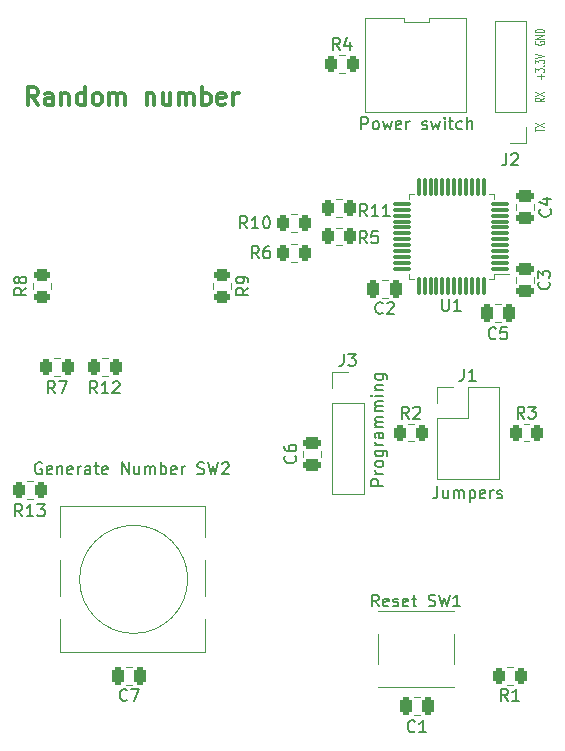
<source format=gbr>
%TF.GenerationSoftware,KiCad,Pcbnew,(6.0.11)*%
%TF.CreationDate,2024-12-29T21:24:03+02:00*%
%TF.ProjectId,LEDdice,4c454464-6963-4652-9e6b-696361645f70,rev?*%
%TF.SameCoordinates,Original*%
%TF.FileFunction,Legend,Top*%
%TF.FilePolarity,Positive*%
%FSLAX46Y46*%
G04 Gerber Fmt 4.6, Leading zero omitted, Abs format (unit mm)*
G04 Created by KiCad (PCBNEW (6.0.11)) date 2024-12-29 21:24:03*
%MOMM*%
%LPD*%
G01*
G04 APERTURE LIST*
G04 Aperture macros list*
%AMRoundRect*
0 Rectangle with rounded corners*
0 $1 Rounding radius*
0 $2 $3 $4 $5 $6 $7 $8 $9 X,Y pos of 4 corners*
0 Add a 4 corners polygon primitive as box body*
4,1,4,$2,$3,$4,$5,$6,$7,$8,$9,$2,$3,0*
0 Add four circle primitives for the rounded corners*
1,1,$1+$1,$2,$3*
1,1,$1+$1,$4,$5*
1,1,$1+$1,$6,$7*
1,1,$1+$1,$8,$9*
0 Add four rect primitives between the rounded corners*
20,1,$1+$1,$2,$3,$4,$5,0*
20,1,$1+$1,$4,$5,$6,$7,0*
20,1,$1+$1,$6,$7,$8,$9,0*
20,1,$1+$1,$8,$9,$2,$3,0*%
G04 Aperture macros list end*
%ADD10C,0.300000*%
%ADD11C,0.150000*%
%ADD12C,0.125000*%
%ADD13C,0.120000*%
%ADD14O,1.700000X1.700000*%
%ADD15R,1.700000X1.700000*%
%ADD16R,1.524000X1.524000*%
%ADD17C,1.524000*%
%ADD18RoundRect,0.250000X-0.262500X-0.450000X0.262500X-0.450000X0.262500X0.450000X-0.262500X0.450000X0*%
%ADD19RoundRect,0.250000X0.250000X0.475000X-0.250000X0.475000X-0.250000X-0.475000X0.250000X-0.475000X0*%
%ADD20RoundRect,0.250000X-0.450000X0.262500X-0.450000X-0.262500X0.450000X-0.262500X0.450000X0.262500X0*%
%ADD21RoundRect,0.250000X0.262500X0.450000X-0.262500X0.450000X-0.262500X-0.450000X0.262500X-0.450000X0*%
%ADD22RoundRect,0.250000X-0.475000X0.250000X-0.475000X-0.250000X0.475000X-0.250000X0.475000X0.250000X0*%
%ADD23O,3.048000X1.850000*%
%ADD24RoundRect,0.250000X-0.250000X-0.475000X0.250000X-0.475000X0.250000X0.475000X-0.250000X0.475000X0*%
%ADD25RoundRect,0.250000X0.475000X-0.250000X0.475000X0.250000X-0.475000X0.250000X-0.475000X-0.250000X0*%
%ADD26RoundRect,0.075000X0.075000X0.662500X-0.075000X0.662500X-0.075000X-0.662500X0.075000X-0.662500X0*%
%ADD27RoundRect,0.075000X0.662500X0.075000X-0.662500X0.075000X-0.662500X-0.075000X0.662500X-0.075000X0*%
%ADD28R,1.550000X1.300000*%
G04 APERTURE END LIST*
D10*
X163993714Y-60368571D02*
X163493714Y-59654285D01*
X163136571Y-60368571D02*
X163136571Y-58868571D01*
X163708000Y-58868571D01*
X163850857Y-58940000D01*
X163922285Y-59011428D01*
X163993714Y-59154285D01*
X163993714Y-59368571D01*
X163922285Y-59511428D01*
X163850857Y-59582857D01*
X163708000Y-59654285D01*
X163136571Y-59654285D01*
X165279428Y-60368571D02*
X165279428Y-59582857D01*
X165208000Y-59440000D01*
X165065142Y-59368571D01*
X164779428Y-59368571D01*
X164636571Y-59440000D01*
X165279428Y-60297142D02*
X165136571Y-60368571D01*
X164779428Y-60368571D01*
X164636571Y-60297142D01*
X164565142Y-60154285D01*
X164565142Y-60011428D01*
X164636571Y-59868571D01*
X164779428Y-59797142D01*
X165136571Y-59797142D01*
X165279428Y-59725714D01*
X165993714Y-59368571D02*
X165993714Y-60368571D01*
X165993714Y-59511428D02*
X166065142Y-59440000D01*
X166208000Y-59368571D01*
X166422285Y-59368571D01*
X166565142Y-59440000D01*
X166636571Y-59582857D01*
X166636571Y-60368571D01*
X167993714Y-60368571D02*
X167993714Y-58868571D01*
X167993714Y-60297142D02*
X167850857Y-60368571D01*
X167565142Y-60368571D01*
X167422285Y-60297142D01*
X167350857Y-60225714D01*
X167279428Y-60082857D01*
X167279428Y-59654285D01*
X167350857Y-59511428D01*
X167422285Y-59440000D01*
X167565142Y-59368571D01*
X167850857Y-59368571D01*
X167993714Y-59440000D01*
X168922285Y-60368571D02*
X168779428Y-60297142D01*
X168708000Y-60225714D01*
X168636571Y-60082857D01*
X168636571Y-59654285D01*
X168708000Y-59511428D01*
X168779428Y-59440000D01*
X168922285Y-59368571D01*
X169136571Y-59368571D01*
X169279428Y-59440000D01*
X169350857Y-59511428D01*
X169422285Y-59654285D01*
X169422285Y-60082857D01*
X169350857Y-60225714D01*
X169279428Y-60297142D01*
X169136571Y-60368571D01*
X168922285Y-60368571D01*
X170065142Y-60368571D02*
X170065142Y-59368571D01*
X170065142Y-59511428D02*
X170136571Y-59440000D01*
X170279428Y-59368571D01*
X170493714Y-59368571D01*
X170636571Y-59440000D01*
X170708000Y-59582857D01*
X170708000Y-60368571D01*
X170708000Y-59582857D02*
X170779428Y-59440000D01*
X170922285Y-59368571D01*
X171136571Y-59368571D01*
X171279428Y-59440000D01*
X171350857Y-59582857D01*
X171350857Y-60368571D01*
X173208000Y-59368571D02*
X173208000Y-60368571D01*
X173208000Y-59511428D02*
X173279428Y-59440000D01*
X173422285Y-59368571D01*
X173636571Y-59368571D01*
X173779428Y-59440000D01*
X173850857Y-59582857D01*
X173850857Y-60368571D01*
X175208000Y-59368571D02*
X175208000Y-60368571D01*
X174565142Y-59368571D02*
X174565142Y-60154285D01*
X174636571Y-60297142D01*
X174779428Y-60368571D01*
X174993714Y-60368571D01*
X175136571Y-60297142D01*
X175208000Y-60225714D01*
X175922285Y-60368571D02*
X175922285Y-59368571D01*
X175922285Y-59511428D02*
X175993714Y-59440000D01*
X176136571Y-59368571D01*
X176350857Y-59368571D01*
X176493714Y-59440000D01*
X176565142Y-59582857D01*
X176565142Y-60368571D01*
X176565142Y-59582857D02*
X176636571Y-59440000D01*
X176779428Y-59368571D01*
X176993714Y-59368571D01*
X177136571Y-59440000D01*
X177208000Y-59582857D01*
X177208000Y-60368571D01*
X177922285Y-60368571D02*
X177922285Y-58868571D01*
X177922285Y-59440000D02*
X178065142Y-59368571D01*
X178350857Y-59368571D01*
X178493714Y-59440000D01*
X178565142Y-59511428D01*
X178636571Y-59654285D01*
X178636571Y-60082857D01*
X178565142Y-60225714D01*
X178493714Y-60297142D01*
X178350857Y-60368571D01*
X178065142Y-60368571D01*
X177922285Y-60297142D01*
X179850857Y-60297142D02*
X179708000Y-60368571D01*
X179422285Y-60368571D01*
X179279428Y-60297142D01*
X179208000Y-60154285D01*
X179208000Y-59582857D01*
X179279428Y-59440000D01*
X179422285Y-59368571D01*
X179708000Y-59368571D01*
X179850857Y-59440000D01*
X179922285Y-59582857D01*
X179922285Y-59725714D01*
X179208000Y-59868571D01*
X180565142Y-60368571D02*
X180565142Y-59368571D01*
X180565142Y-59654285D02*
X180636571Y-59511428D01*
X180708000Y-59440000D01*
X180850857Y-59368571D01*
X180993714Y-59368571D01*
D11*
X197834571Y-92670380D02*
X197834571Y-93384666D01*
X197786952Y-93527523D01*
X197691714Y-93622761D01*
X197548857Y-93670380D01*
X197453619Y-93670380D01*
X198739333Y-93003714D02*
X198739333Y-93670380D01*
X198310761Y-93003714D02*
X198310761Y-93527523D01*
X198358380Y-93622761D01*
X198453619Y-93670380D01*
X198596476Y-93670380D01*
X198691714Y-93622761D01*
X198739333Y-93575142D01*
X199215523Y-93670380D02*
X199215523Y-93003714D01*
X199215523Y-93098952D02*
X199263142Y-93051333D01*
X199358380Y-93003714D01*
X199501238Y-93003714D01*
X199596476Y-93051333D01*
X199644095Y-93146571D01*
X199644095Y-93670380D01*
X199644095Y-93146571D02*
X199691714Y-93051333D01*
X199786952Y-93003714D01*
X199929809Y-93003714D01*
X200025047Y-93051333D01*
X200072666Y-93146571D01*
X200072666Y-93670380D01*
X200548857Y-93003714D02*
X200548857Y-94003714D01*
X200548857Y-93051333D02*
X200644095Y-93003714D01*
X200834571Y-93003714D01*
X200929809Y-93051333D01*
X200977428Y-93098952D01*
X201025047Y-93194190D01*
X201025047Y-93479904D01*
X200977428Y-93575142D01*
X200929809Y-93622761D01*
X200834571Y-93670380D01*
X200644095Y-93670380D01*
X200548857Y-93622761D01*
X201834571Y-93622761D02*
X201739333Y-93670380D01*
X201548857Y-93670380D01*
X201453619Y-93622761D01*
X201406000Y-93527523D01*
X201406000Y-93146571D01*
X201453619Y-93051333D01*
X201548857Y-93003714D01*
X201739333Y-93003714D01*
X201834571Y-93051333D01*
X201882190Y-93146571D01*
X201882190Y-93241809D01*
X201406000Y-93337047D01*
X202310761Y-93670380D02*
X202310761Y-93003714D01*
X202310761Y-93194190D02*
X202358380Y-93098952D01*
X202406000Y-93051333D01*
X202501238Y-93003714D01*
X202596476Y-93003714D01*
X202882190Y-93622761D02*
X202977428Y-93670380D01*
X203167904Y-93670380D01*
X203263142Y-93622761D01*
X203310761Y-93527523D01*
X203310761Y-93479904D01*
X203263142Y-93384666D01*
X203167904Y-93337047D01*
X203025047Y-93337047D01*
X202929809Y-93289428D01*
X202882190Y-93194190D01*
X202882190Y-93146571D01*
X202929809Y-93051333D01*
X203025047Y-93003714D01*
X203167904Y-93003714D01*
X203263142Y-93051333D01*
X193238380Y-92598285D02*
X192238380Y-92598285D01*
X192238380Y-92217333D01*
X192286000Y-92122095D01*
X192333619Y-92074476D01*
X192428857Y-92026857D01*
X192571714Y-92026857D01*
X192666952Y-92074476D01*
X192714571Y-92122095D01*
X192762190Y-92217333D01*
X192762190Y-92598285D01*
X193238380Y-91598285D02*
X192571714Y-91598285D01*
X192762190Y-91598285D02*
X192666952Y-91550666D01*
X192619333Y-91503047D01*
X192571714Y-91407809D01*
X192571714Y-91312571D01*
X193238380Y-90836380D02*
X193190761Y-90931619D01*
X193143142Y-90979238D01*
X193047904Y-91026857D01*
X192762190Y-91026857D01*
X192666952Y-90979238D01*
X192619333Y-90931619D01*
X192571714Y-90836380D01*
X192571714Y-90693523D01*
X192619333Y-90598285D01*
X192666952Y-90550666D01*
X192762190Y-90503047D01*
X193047904Y-90503047D01*
X193143142Y-90550666D01*
X193190761Y-90598285D01*
X193238380Y-90693523D01*
X193238380Y-90836380D01*
X192571714Y-89645904D02*
X193381238Y-89645904D01*
X193476476Y-89693523D01*
X193524095Y-89741142D01*
X193571714Y-89836380D01*
X193571714Y-89979238D01*
X193524095Y-90074476D01*
X193190761Y-89645904D02*
X193238380Y-89741142D01*
X193238380Y-89931619D01*
X193190761Y-90026857D01*
X193143142Y-90074476D01*
X193047904Y-90122095D01*
X192762190Y-90122095D01*
X192666952Y-90074476D01*
X192619333Y-90026857D01*
X192571714Y-89931619D01*
X192571714Y-89741142D01*
X192619333Y-89645904D01*
X193238380Y-89169714D02*
X192571714Y-89169714D01*
X192762190Y-89169714D02*
X192666952Y-89122095D01*
X192619333Y-89074476D01*
X192571714Y-88979238D01*
X192571714Y-88884000D01*
X193238380Y-88122095D02*
X192714571Y-88122095D01*
X192619333Y-88169714D01*
X192571714Y-88264952D01*
X192571714Y-88455428D01*
X192619333Y-88550666D01*
X193190761Y-88122095D02*
X193238380Y-88217333D01*
X193238380Y-88455428D01*
X193190761Y-88550666D01*
X193095523Y-88598285D01*
X193000285Y-88598285D01*
X192905047Y-88550666D01*
X192857428Y-88455428D01*
X192857428Y-88217333D01*
X192809809Y-88122095D01*
X193238380Y-87645904D02*
X192571714Y-87645904D01*
X192666952Y-87645904D02*
X192619333Y-87598285D01*
X192571714Y-87503047D01*
X192571714Y-87360190D01*
X192619333Y-87264952D01*
X192714571Y-87217333D01*
X193238380Y-87217333D01*
X192714571Y-87217333D02*
X192619333Y-87169714D01*
X192571714Y-87074476D01*
X192571714Y-86931619D01*
X192619333Y-86836380D01*
X192714571Y-86788761D01*
X193238380Y-86788761D01*
X193238380Y-86312571D02*
X192571714Y-86312571D01*
X192666952Y-86312571D02*
X192619333Y-86264952D01*
X192571714Y-86169714D01*
X192571714Y-86026857D01*
X192619333Y-85931619D01*
X192714571Y-85884000D01*
X193238380Y-85884000D01*
X192714571Y-85884000D02*
X192619333Y-85836380D01*
X192571714Y-85741142D01*
X192571714Y-85598285D01*
X192619333Y-85503047D01*
X192714571Y-85455428D01*
X193238380Y-85455428D01*
X193238380Y-84979238D02*
X192571714Y-84979238D01*
X192238380Y-84979238D02*
X192286000Y-85026857D01*
X192333619Y-84979238D01*
X192286000Y-84931619D01*
X192238380Y-84979238D01*
X192333619Y-84979238D01*
X192571714Y-84503047D02*
X193238380Y-84503047D01*
X192666952Y-84503047D02*
X192619333Y-84455428D01*
X192571714Y-84360190D01*
X192571714Y-84217333D01*
X192619333Y-84122095D01*
X192714571Y-84074476D01*
X193238380Y-84074476D01*
X192571714Y-83169714D02*
X193381238Y-83169714D01*
X193476476Y-83217333D01*
X193524095Y-83264952D01*
X193571714Y-83360190D01*
X193571714Y-83503047D01*
X193524095Y-83598285D01*
X193190761Y-83169714D02*
X193238380Y-83264952D01*
X193238380Y-83455428D01*
X193190761Y-83550666D01*
X193143142Y-83598285D01*
X193047904Y-83645904D01*
X192762190Y-83645904D01*
X192666952Y-83598285D01*
X192619333Y-83550666D01*
X192571714Y-83455428D01*
X192571714Y-83264952D01*
X192619333Y-83169714D01*
X191397523Y-62428380D02*
X191397523Y-61428380D01*
X191778476Y-61428380D01*
X191873714Y-61476000D01*
X191921333Y-61523619D01*
X191968952Y-61618857D01*
X191968952Y-61761714D01*
X191921333Y-61856952D01*
X191873714Y-61904571D01*
X191778476Y-61952190D01*
X191397523Y-61952190D01*
X192540380Y-62428380D02*
X192445142Y-62380761D01*
X192397523Y-62333142D01*
X192349904Y-62237904D01*
X192349904Y-61952190D01*
X192397523Y-61856952D01*
X192445142Y-61809333D01*
X192540380Y-61761714D01*
X192683238Y-61761714D01*
X192778476Y-61809333D01*
X192826095Y-61856952D01*
X192873714Y-61952190D01*
X192873714Y-62237904D01*
X192826095Y-62333142D01*
X192778476Y-62380761D01*
X192683238Y-62428380D01*
X192540380Y-62428380D01*
X193207047Y-61761714D02*
X193397523Y-62428380D01*
X193588000Y-61952190D01*
X193778476Y-62428380D01*
X193968952Y-61761714D01*
X194730857Y-62380761D02*
X194635619Y-62428380D01*
X194445142Y-62428380D01*
X194349904Y-62380761D01*
X194302285Y-62285523D01*
X194302285Y-61904571D01*
X194349904Y-61809333D01*
X194445142Y-61761714D01*
X194635619Y-61761714D01*
X194730857Y-61809333D01*
X194778476Y-61904571D01*
X194778476Y-61999809D01*
X194302285Y-62095047D01*
X195207047Y-62428380D02*
X195207047Y-61761714D01*
X195207047Y-61952190D02*
X195254666Y-61856952D01*
X195302285Y-61809333D01*
X195397523Y-61761714D01*
X195492761Y-61761714D01*
X196540380Y-62380761D02*
X196635619Y-62428380D01*
X196826095Y-62428380D01*
X196921333Y-62380761D01*
X196968952Y-62285523D01*
X196968952Y-62237904D01*
X196921333Y-62142666D01*
X196826095Y-62095047D01*
X196683238Y-62095047D01*
X196588000Y-62047428D01*
X196540380Y-61952190D01*
X196540380Y-61904571D01*
X196588000Y-61809333D01*
X196683238Y-61761714D01*
X196826095Y-61761714D01*
X196921333Y-61809333D01*
X197302285Y-61761714D02*
X197492761Y-62428380D01*
X197683238Y-61952190D01*
X197873714Y-62428380D01*
X198064190Y-61761714D01*
X198445142Y-62428380D02*
X198445142Y-61761714D01*
X198445142Y-61428380D02*
X198397523Y-61476000D01*
X198445142Y-61523619D01*
X198492761Y-61476000D01*
X198445142Y-61428380D01*
X198445142Y-61523619D01*
X198778476Y-61761714D02*
X199159428Y-61761714D01*
X198921333Y-61428380D02*
X198921333Y-62285523D01*
X198968952Y-62380761D01*
X199064190Y-62428380D01*
X199159428Y-62428380D01*
X199921333Y-62380761D02*
X199826095Y-62428380D01*
X199635619Y-62428380D01*
X199540380Y-62380761D01*
X199492761Y-62333142D01*
X199445142Y-62237904D01*
X199445142Y-61952190D01*
X199492761Y-61856952D01*
X199540380Y-61809333D01*
X199635619Y-61761714D01*
X199826095Y-61761714D01*
X199921333Y-61809333D01*
X200349904Y-62428380D02*
X200349904Y-61428380D01*
X200778476Y-62428380D02*
X200778476Y-61904571D01*
X200730857Y-61809333D01*
X200635619Y-61761714D01*
X200492761Y-61761714D01*
X200397523Y-61809333D01*
X200349904Y-61856952D01*
D12*
X206063904Y-62610952D02*
X206063904Y-62325238D01*
X206863904Y-62468095D02*
X206063904Y-62468095D01*
X206063904Y-62206190D02*
X206863904Y-61872857D01*
X206063904Y-61872857D02*
X206863904Y-62206190D01*
X206863904Y-59773333D02*
X206482952Y-59940000D01*
X206863904Y-60059047D02*
X206063904Y-60059047D01*
X206063904Y-59868571D01*
X206102000Y-59820952D01*
X206140095Y-59797142D01*
X206216285Y-59773333D01*
X206330571Y-59773333D01*
X206406761Y-59797142D01*
X206444857Y-59820952D01*
X206482952Y-59868571D01*
X206482952Y-60059047D01*
X206063904Y-59606666D02*
X206863904Y-59273333D01*
X206063904Y-59273333D02*
X206863904Y-59606666D01*
X206559142Y-58150000D02*
X206559142Y-57769047D01*
X206863904Y-57959523D02*
X206254380Y-57959523D01*
X206063904Y-57578571D02*
X206063904Y-57269047D01*
X206368666Y-57435714D01*
X206368666Y-57364285D01*
X206406761Y-57316666D01*
X206444857Y-57292857D01*
X206521047Y-57269047D01*
X206711523Y-57269047D01*
X206787714Y-57292857D01*
X206825809Y-57316666D01*
X206863904Y-57364285D01*
X206863904Y-57507142D01*
X206825809Y-57554761D01*
X206787714Y-57578571D01*
X206787714Y-57054761D02*
X206825809Y-57030952D01*
X206863904Y-57054761D01*
X206825809Y-57078571D01*
X206787714Y-57054761D01*
X206863904Y-57054761D01*
X206063904Y-56864285D02*
X206063904Y-56554761D01*
X206368666Y-56721428D01*
X206368666Y-56650000D01*
X206406761Y-56602380D01*
X206444857Y-56578571D01*
X206521047Y-56554761D01*
X206711523Y-56554761D01*
X206787714Y-56578571D01*
X206825809Y-56602380D01*
X206863904Y-56650000D01*
X206863904Y-56792857D01*
X206825809Y-56840476D01*
X206787714Y-56864285D01*
X206063904Y-56411904D02*
X206863904Y-56245238D01*
X206063904Y-56078571D01*
X206102000Y-54990952D02*
X206063904Y-55038571D01*
X206063904Y-55110000D01*
X206102000Y-55181428D01*
X206178190Y-55229047D01*
X206254380Y-55252857D01*
X206406761Y-55276666D01*
X206521047Y-55276666D01*
X206673428Y-55252857D01*
X206749619Y-55229047D01*
X206825809Y-55181428D01*
X206863904Y-55110000D01*
X206863904Y-55062380D01*
X206825809Y-54990952D01*
X206787714Y-54967142D01*
X206521047Y-54967142D01*
X206521047Y-55062380D01*
X206863904Y-54752857D02*
X206063904Y-54752857D01*
X206863904Y-54467142D01*
X206063904Y-54467142D01*
X206863904Y-54229047D02*
X206063904Y-54229047D01*
X206063904Y-54110000D01*
X206102000Y-54038571D01*
X206178190Y-53990952D01*
X206254380Y-53967142D01*
X206406761Y-53943333D01*
X206521047Y-53943333D01*
X206673428Y-53967142D01*
X206749619Y-53990952D01*
X206825809Y-54038571D01*
X206863904Y-54110000D01*
X206863904Y-54229047D01*
D11*
%TO.C,J2*%
X203666666Y-64476380D02*
X203666666Y-65190666D01*
X203619047Y-65333523D01*
X203523809Y-65428761D01*
X203380952Y-65476380D01*
X203285714Y-65476380D01*
X204095238Y-64571619D02*
X204142857Y-64524000D01*
X204238095Y-64476380D01*
X204476190Y-64476380D01*
X204571428Y-64524000D01*
X204619047Y-64571619D01*
X204666666Y-64666857D01*
X204666666Y-64762095D01*
X204619047Y-64904952D01*
X204047619Y-65476380D01*
X204666666Y-65476380D01*
%TO.C,R4*%
X189571333Y-55698380D02*
X189238000Y-55222190D01*
X188999904Y-55698380D02*
X188999904Y-54698380D01*
X189380857Y-54698380D01*
X189476095Y-54746000D01*
X189523714Y-54793619D01*
X189571333Y-54888857D01*
X189571333Y-55031714D01*
X189523714Y-55126952D01*
X189476095Y-55174571D01*
X189380857Y-55222190D01*
X188999904Y-55222190D01*
X190428476Y-55031714D02*
X190428476Y-55698380D01*
X190190380Y-54650761D02*
X189952285Y-55365047D01*
X190571333Y-55365047D01*
%TO.C,C2*%
X193193333Y-77983142D02*
X193145714Y-78030761D01*
X193002857Y-78078380D01*
X192907619Y-78078380D01*
X192764761Y-78030761D01*
X192669523Y-77935523D01*
X192621904Y-77840285D01*
X192574285Y-77649809D01*
X192574285Y-77506952D01*
X192621904Y-77316476D01*
X192669523Y-77221238D01*
X192764761Y-77126000D01*
X192907619Y-77078380D01*
X193002857Y-77078380D01*
X193145714Y-77126000D01*
X193193333Y-77173619D01*
X193574285Y-77173619D02*
X193621904Y-77126000D01*
X193717142Y-77078380D01*
X193955238Y-77078380D01*
X194050476Y-77126000D01*
X194098095Y-77173619D01*
X194145714Y-77268857D01*
X194145714Y-77364095D01*
X194098095Y-77506952D01*
X193526666Y-78078380D01*
X194145714Y-78078380D01*
%TO.C,R9*%
X181808380Y-75858666D02*
X181332190Y-76192000D01*
X181808380Y-76430095D02*
X180808380Y-76430095D01*
X180808380Y-76049142D01*
X180856000Y-75953904D01*
X180903619Y-75906285D01*
X180998857Y-75858666D01*
X181141714Y-75858666D01*
X181236952Y-75906285D01*
X181284571Y-75953904D01*
X181332190Y-76049142D01*
X181332190Y-76430095D01*
X181808380Y-75382476D02*
X181808380Y-75192000D01*
X181760761Y-75096761D01*
X181713142Y-75049142D01*
X181570285Y-74953904D01*
X181379809Y-74906285D01*
X180998857Y-74906285D01*
X180903619Y-74953904D01*
X180856000Y-75001523D01*
X180808380Y-75096761D01*
X180808380Y-75287238D01*
X180856000Y-75382476D01*
X180903619Y-75430095D01*
X180998857Y-75477714D01*
X181236952Y-75477714D01*
X181332190Y-75430095D01*
X181379809Y-75382476D01*
X181427428Y-75287238D01*
X181427428Y-75096761D01*
X181379809Y-75001523D01*
X181332190Y-74953904D01*
X181236952Y-74906285D01*
%TO.C,R7*%
X165441333Y-84780380D02*
X165108000Y-84304190D01*
X164869904Y-84780380D02*
X164869904Y-83780380D01*
X165250857Y-83780380D01*
X165346095Y-83828000D01*
X165393714Y-83875619D01*
X165441333Y-83970857D01*
X165441333Y-84113714D01*
X165393714Y-84208952D01*
X165346095Y-84256571D01*
X165250857Y-84304190D01*
X164869904Y-84304190D01*
X165774666Y-83780380D02*
X166441333Y-83780380D01*
X166012761Y-84780380D01*
%TO.C,R10*%
X181729142Y-70810380D02*
X181395809Y-70334190D01*
X181157714Y-70810380D02*
X181157714Y-69810380D01*
X181538666Y-69810380D01*
X181633904Y-69858000D01*
X181681523Y-69905619D01*
X181729142Y-70000857D01*
X181729142Y-70143714D01*
X181681523Y-70238952D01*
X181633904Y-70286571D01*
X181538666Y-70334190D01*
X181157714Y-70334190D01*
X182681523Y-70810380D02*
X182110095Y-70810380D01*
X182395809Y-70810380D02*
X182395809Y-69810380D01*
X182300571Y-69953238D01*
X182205333Y-70048476D01*
X182110095Y-70096095D01*
X183300571Y-69810380D02*
X183395809Y-69810380D01*
X183491047Y-69858000D01*
X183538666Y-69905619D01*
X183586285Y-70000857D01*
X183633904Y-70191333D01*
X183633904Y-70429428D01*
X183586285Y-70619904D01*
X183538666Y-70715142D01*
X183491047Y-70762761D01*
X183395809Y-70810380D01*
X183300571Y-70810380D01*
X183205333Y-70762761D01*
X183157714Y-70715142D01*
X183110095Y-70619904D01*
X183062476Y-70429428D01*
X183062476Y-70191333D01*
X183110095Y-70000857D01*
X183157714Y-69905619D01*
X183205333Y-69858000D01*
X183300571Y-69810380D01*
%TO.C,C3*%
X207269142Y-75350666D02*
X207316761Y-75398285D01*
X207364380Y-75541142D01*
X207364380Y-75636380D01*
X207316761Y-75779238D01*
X207221523Y-75874476D01*
X207126285Y-75922095D01*
X206935809Y-75969714D01*
X206792952Y-75969714D01*
X206602476Y-75922095D01*
X206507238Y-75874476D01*
X206412000Y-75779238D01*
X206364380Y-75636380D01*
X206364380Y-75541142D01*
X206412000Y-75398285D01*
X206459619Y-75350666D01*
X206364380Y-75017333D02*
X206364380Y-74398285D01*
X206745333Y-74731619D01*
X206745333Y-74588761D01*
X206792952Y-74493523D01*
X206840571Y-74445904D01*
X206935809Y-74398285D01*
X207173904Y-74398285D01*
X207269142Y-74445904D01*
X207316761Y-74493523D01*
X207364380Y-74588761D01*
X207364380Y-74874476D01*
X207316761Y-74969714D01*
X207269142Y-75017333D01*
%TO.C,R13*%
X162679142Y-95194380D02*
X162345809Y-94718190D01*
X162107714Y-95194380D02*
X162107714Y-94194380D01*
X162488666Y-94194380D01*
X162583904Y-94242000D01*
X162631523Y-94289619D01*
X162679142Y-94384857D01*
X162679142Y-94527714D01*
X162631523Y-94622952D01*
X162583904Y-94670571D01*
X162488666Y-94718190D01*
X162107714Y-94718190D01*
X163631523Y-95194380D02*
X163060095Y-95194380D01*
X163345809Y-95194380D02*
X163345809Y-94194380D01*
X163250571Y-94337238D01*
X163155333Y-94432476D01*
X163060095Y-94480095D01*
X163964857Y-94194380D02*
X164583904Y-94194380D01*
X164250571Y-94575333D01*
X164393428Y-94575333D01*
X164488666Y-94622952D01*
X164536285Y-94670571D01*
X164583904Y-94765809D01*
X164583904Y-95003904D01*
X164536285Y-95099142D01*
X164488666Y-95146761D01*
X164393428Y-95194380D01*
X164107714Y-95194380D01*
X164012476Y-95146761D01*
X163964857Y-95099142D01*
%TO.C,R6*%
X182713333Y-73350380D02*
X182380000Y-72874190D01*
X182141904Y-73350380D02*
X182141904Y-72350380D01*
X182522857Y-72350380D01*
X182618095Y-72398000D01*
X182665714Y-72445619D01*
X182713333Y-72540857D01*
X182713333Y-72683714D01*
X182665714Y-72778952D01*
X182618095Y-72826571D01*
X182522857Y-72874190D01*
X182141904Y-72874190D01*
X183570476Y-72350380D02*
X183380000Y-72350380D01*
X183284761Y-72398000D01*
X183237142Y-72445619D01*
X183141904Y-72588476D01*
X183094285Y-72778952D01*
X183094285Y-73159904D01*
X183141904Y-73255142D01*
X183189523Y-73302761D01*
X183284761Y-73350380D01*
X183475238Y-73350380D01*
X183570476Y-73302761D01*
X183618095Y-73255142D01*
X183665714Y-73159904D01*
X183665714Y-72921809D01*
X183618095Y-72826571D01*
X183570476Y-72778952D01*
X183475238Y-72731333D01*
X183284761Y-72731333D01*
X183189523Y-72778952D01*
X183141904Y-72826571D01*
X183094285Y-72921809D01*
%TO.C,R3*%
X205192833Y-86925380D02*
X204859500Y-86449190D01*
X204621404Y-86925380D02*
X204621404Y-85925380D01*
X205002357Y-85925380D01*
X205097595Y-85973000D01*
X205145214Y-86020619D01*
X205192833Y-86115857D01*
X205192833Y-86258714D01*
X205145214Y-86353952D01*
X205097595Y-86401571D01*
X205002357Y-86449190D01*
X204621404Y-86449190D01*
X205526166Y-85925380D02*
X206145214Y-85925380D01*
X205811880Y-86306333D01*
X205954738Y-86306333D01*
X206049976Y-86353952D01*
X206097595Y-86401571D01*
X206145214Y-86496809D01*
X206145214Y-86734904D01*
X206097595Y-86830142D01*
X206049976Y-86877761D01*
X205954738Y-86925380D01*
X205669023Y-86925380D01*
X205573785Y-86877761D01*
X205526166Y-86830142D01*
%TO.C,R11*%
X191889142Y-69794380D02*
X191555809Y-69318190D01*
X191317714Y-69794380D02*
X191317714Y-68794380D01*
X191698666Y-68794380D01*
X191793904Y-68842000D01*
X191841523Y-68889619D01*
X191889142Y-68984857D01*
X191889142Y-69127714D01*
X191841523Y-69222952D01*
X191793904Y-69270571D01*
X191698666Y-69318190D01*
X191317714Y-69318190D01*
X192841523Y-69794380D02*
X192270095Y-69794380D01*
X192555809Y-69794380D02*
X192555809Y-68794380D01*
X192460571Y-68937238D01*
X192365333Y-69032476D01*
X192270095Y-69080095D01*
X193793904Y-69794380D02*
X193222476Y-69794380D01*
X193508190Y-69794380D02*
X193508190Y-68794380D01*
X193412952Y-68937238D01*
X193317714Y-69032476D01*
X193222476Y-69080095D01*
%TO.C,R8*%
X163012380Y-75858666D02*
X162536190Y-76192000D01*
X163012380Y-76430095D02*
X162012380Y-76430095D01*
X162012380Y-76049142D01*
X162060000Y-75953904D01*
X162107619Y-75906285D01*
X162202857Y-75858666D01*
X162345714Y-75858666D01*
X162440952Y-75906285D01*
X162488571Y-75953904D01*
X162536190Y-76049142D01*
X162536190Y-76430095D01*
X162440952Y-75287238D02*
X162393333Y-75382476D01*
X162345714Y-75430095D01*
X162250476Y-75477714D01*
X162202857Y-75477714D01*
X162107619Y-75430095D01*
X162060000Y-75382476D01*
X162012380Y-75287238D01*
X162012380Y-75096761D01*
X162060000Y-75001523D01*
X162107619Y-74953904D01*
X162202857Y-74906285D01*
X162250476Y-74906285D01*
X162345714Y-74953904D01*
X162393333Y-75001523D01*
X162440952Y-75096761D01*
X162440952Y-75287238D01*
X162488571Y-75382476D01*
X162536190Y-75430095D01*
X162631428Y-75477714D01*
X162821904Y-75477714D01*
X162917142Y-75430095D01*
X162964761Y-75382476D01*
X163012380Y-75287238D01*
X163012380Y-75096761D01*
X162964761Y-75001523D01*
X162917142Y-74953904D01*
X162821904Y-74906285D01*
X162631428Y-74906285D01*
X162536190Y-74953904D01*
X162488571Y-75001523D01*
X162440952Y-75096761D01*
%TO.C,J1*%
X200072666Y-82720380D02*
X200072666Y-83434666D01*
X200025047Y-83577523D01*
X199929809Y-83672761D01*
X199786952Y-83720380D01*
X199691714Y-83720380D01*
X201072666Y-83720380D02*
X200501238Y-83720380D01*
X200786952Y-83720380D02*
X200786952Y-82720380D01*
X200691714Y-82863238D01*
X200596476Y-82958476D01*
X200501238Y-83006095D01*
%TO.C,Generate Number SW2*%
X164315142Y-90686000D02*
X164219904Y-90638380D01*
X164077047Y-90638380D01*
X163934190Y-90686000D01*
X163838952Y-90781238D01*
X163791333Y-90876476D01*
X163743714Y-91066952D01*
X163743714Y-91209809D01*
X163791333Y-91400285D01*
X163838952Y-91495523D01*
X163934190Y-91590761D01*
X164077047Y-91638380D01*
X164172285Y-91638380D01*
X164315142Y-91590761D01*
X164362761Y-91543142D01*
X164362761Y-91209809D01*
X164172285Y-91209809D01*
X165172285Y-91590761D02*
X165077047Y-91638380D01*
X164886571Y-91638380D01*
X164791333Y-91590761D01*
X164743714Y-91495523D01*
X164743714Y-91114571D01*
X164791333Y-91019333D01*
X164886571Y-90971714D01*
X165077047Y-90971714D01*
X165172285Y-91019333D01*
X165219904Y-91114571D01*
X165219904Y-91209809D01*
X164743714Y-91305047D01*
X165648476Y-90971714D02*
X165648476Y-91638380D01*
X165648476Y-91066952D02*
X165696095Y-91019333D01*
X165791333Y-90971714D01*
X165934190Y-90971714D01*
X166029428Y-91019333D01*
X166077047Y-91114571D01*
X166077047Y-91638380D01*
X166934190Y-91590761D02*
X166838952Y-91638380D01*
X166648476Y-91638380D01*
X166553238Y-91590761D01*
X166505619Y-91495523D01*
X166505619Y-91114571D01*
X166553238Y-91019333D01*
X166648476Y-90971714D01*
X166838952Y-90971714D01*
X166934190Y-91019333D01*
X166981809Y-91114571D01*
X166981809Y-91209809D01*
X166505619Y-91305047D01*
X167410380Y-91638380D02*
X167410380Y-90971714D01*
X167410380Y-91162190D02*
X167458000Y-91066952D01*
X167505619Y-91019333D01*
X167600857Y-90971714D01*
X167696095Y-90971714D01*
X168458000Y-91638380D02*
X168458000Y-91114571D01*
X168410380Y-91019333D01*
X168315142Y-90971714D01*
X168124666Y-90971714D01*
X168029428Y-91019333D01*
X168458000Y-91590761D02*
X168362761Y-91638380D01*
X168124666Y-91638380D01*
X168029428Y-91590761D01*
X167981809Y-91495523D01*
X167981809Y-91400285D01*
X168029428Y-91305047D01*
X168124666Y-91257428D01*
X168362761Y-91257428D01*
X168458000Y-91209809D01*
X168791333Y-90971714D02*
X169172285Y-90971714D01*
X168934190Y-90638380D02*
X168934190Y-91495523D01*
X168981809Y-91590761D01*
X169077047Y-91638380D01*
X169172285Y-91638380D01*
X169886571Y-91590761D02*
X169791333Y-91638380D01*
X169600857Y-91638380D01*
X169505619Y-91590761D01*
X169458000Y-91495523D01*
X169458000Y-91114571D01*
X169505619Y-91019333D01*
X169600857Y-90971714D01*
X169791333Y-90971714D01*
X169886571Y-91019333D01*
X169934190Y-91114571D01*
X169934190Y-91209809D01*
X169458000Y-91305047D01*
X171124666Y-91638380D02*
X171124666Y-90638380D01*
X171696095Y-91638380D01*
X171696095Y-90638380D01*
X172600857Y-90971714D02*
X172600857Y-91638380D01*
X172172285Y-90971714D02*
X172172285Y-91495523D01*
X172219904Y-91590761D01*
X172315142Y-91638380D01*
X172458000Y-91638380D01*
X172553238Y-91590761D01*
X172600857Y-91543142D01*
X173077047Y-91638380D02*
X173077047Y-90971714D01*
X173077047Y-91066952D02*
X173124666Y-91019333D01*
X173219904Y-90971714D01*
X173362761Y-90971714D01*
X173458000Y-91019333D01*
X173505619Y-91114571D01*
X173505619Y-91638380D01*
X173505619Y-91114571D02*
X173553238Y-91019333D01*
X173648476Y-90971714D01*
X173791333Y-90971714D01*
X173886571Y-91019333D01*
X173934190Y-91114571D01*
X173934190Y-91638380D01*
X174410380Y-91638380D02*
X174410380Y-90638380D01*
X174410380Y-91019333D02*
X174505619Y-90971714D01*
X174696095Y-90971714D01*
X174791333Y-91019333D01*
X174838952Y-91066952D01*
X174886571Y-91162190D01*
X174886571Y-91447904D01*
X174838952Y-91543142D01*
X174791333Y-91590761D01*
X174696095Y-91638380D01*
X174505619Y-91638380D01*
X174410380Y-91590761D01*
X175696095Y-91590761D02*
X175600857Y-91638380D01*
X175410380Y-91638380D01*
X175315142Y-91590761D01*
X175267523Y-91495523D01*
X175267523Y-91114571D01*
X175315142Y-91019333D01*
X175410380Y-90971714D01*
X175600857Y-90971714D01*
X175696095Y-91019333D01*
X175743714Y-91114571D01*
X175743714Y-91209809D01*
X175267523Y-91305047D01*
X176172285Y-91638380D02*
X176172285Y-90971714D01*
X176172285Y-91162190D02*
X176219904Y-91066952D01*
X176267523Y-91019333D01*
X176362761Y-90971714D01*
X176458000Y-90971714D01*
X177505619Y-91590761D02*
X177648476Y-91638380D01*
X177886571Y-91638380D01*
X177981809Y-91590761D01*
X178029428Y-91543142D01*
X178077047Y-91447904D01*
X178077047Y-91352666D01*
X178029428Y-91257428D01*
X177981809Y-91209809D01*
X177886571Y-91162190D01*
X177696095Y-91114571D01*
X177600857Y-91066952D01*
X177553238Y-91019333D01*
X177505619Y-90924095D01*
X177505619Y-90828857D01*
X177553238Y-90733619D01*
X177600857Y-90686000D01*
X177696095Y-90638380D01*
X177934190Y-90638380D01*
X178077047Y-90686000D01*
X178410380Y-90638380D02*
X178648476Y-91638380D01*
X178838952Y-90924095D01*
X179029428Y-91638380D01*
X179267523Y-90638380D01*
X179600857Y-90733619D02*
X179648476Y-90686000D01*
X179743714Y-90638380D01*
X179981809Y-90638380D01*
X180077047Y-90686000D01*
X180124666Y-90733619D01*
X180172285Y-90828857D01*
X180172285Y-90924095D01*
X180124666Y-91066952D01*
X179553238Y-91638380D01*
X180172285Y-91638380D01*
%TO.C,C5*%
X202779333Y-80113142D02*
X202731714Y-80160761D01*
X202588857Y-80208380D01*
X202493619Y-80208380D01*
X202350761Y-80160761D01*
X202255523Y-80065523D01*
X202207904Y-79970285D01*
X202160285Y-79779809D01*
X202160285Y-79636952D01*
X202207904Y-79446476D01*
X202255523Y-79351238D01*
X202350761Y-79256000D01*
X202493619Y-79208380D01*
X202588857Y-79208380D01*
X202731714Y-79256000D01*
X202779333Y-79303619D01*
X203684095Y-79208380D02*
X203207904Y-79208380D01*
X203160285Y-79684571D01*
X203207904Y-79636952D01*
X203303142Y-79589333D01*
X203541238Y-79589333D01*
X203636476Y-79636952D01*
X203684095Y-79684571D01*
X203731714Y-79779809D01*
X203731714Y-80017904D01*
X203684095Y-80113142D01*
X203636476Y-80160761D01*
X203541238Y-80208380D01*
X203303142Y-80208380D01*
X203207904Y-80160761D01*
X203160285Y-80113142D01*
%TO.C,R1*%
X203795333Y-110814380D02*
X203462000Y-110338190D01*
X203223904Y-110814380D02*
X203223904Y-109814380D01*
X203604857Y-109814380D01*
X203700095Y-109862000D01*
X203747714Y-109909619D01*
X203795333Y-110004857D01*
X203795333Y-110147714D01*
X203747714Y-110242952D01*
X203700095Y-110290571D01*
X203604857Y-110338190D01*
X203223904Y-110338190D01*
X204747714Y-110814380D02*
X204176285Y-110814380D01*
X204462000Y-110814380D02*
X204462000Y-109814380D01*
X204366761Y-109957238D01*
X204271523Y-110052476D01*
X204176285Y-110100095D01*
%TO.C,C4*%
X207367142Y-69204666D02*
X207414761Y-69252285D01*
X207462380Y-69395142D01*
X207462380Y-69490380D01*
X207414761Y-69633238D01*
X207319523Y-69728476D01*
X207224285Y-69776095D01*
X207033809Y-69823714D01*
X206890952Y-69823714D01*
X206700476Y-69776095D01*
X206605238Y-69728476D01*
X206510000Y-69633238D01*
X206462380Y-69490380D01*
X206462380Y-69395142D01*
X206510000Y-69252285D01*
X206557619Y-69204666D01*
X206795714Y-68347523D02*
X207462380Y-68347523D01*
X206414761Y-68585619D02*
X207129047Y-68823714D01*
X207129047Y-68204666D01*
%TO.C,U1*%
X198238095Y-76802380D02*
X198238095Y-77611904D01*
X198285714Y-77707142D01*
X198333333Y-77754761D01*
X198428571Y-77802380D01*
X198619047Y-77802380D01*
X198714285Y-77754761D01*
X198761904Y-77707142D01*
X198809523Y-77611904D01*
X198809523Y-76802380D01*
X199809523Y-77802380D02*
X199238095Y-77802380D01*
X199523809Y-77802380D02*
X199523809Y-76802380D01*
X199428571Y-76945238D01*
X199333333Y-77040476D01*
X199238095Y-77088095D01*
%TO.C,R5*%
X191857333Y-72080380D02*
X191524000Y-71604190D01*
X191285904Y-72080380D02*
X191285904Y-71080380D01*
X191666857Y-71080380D01*
X191762095Y-71128000D01*
X191809714Y-71175619D01*
X191857333Y-71270857D01*
X191857333Y-71413714D01*
X191809714Y-71508952D01*
X191762095Y-71556571D01*
X191666857Y-71604190D01*
X191285904Y-71604190D01*
X192762095Y-71080380D02*
X192285904Y-71080380D01*
X192238285Y-71556571D01*
X192285904Y-71508952D01*
X192381142Y-71461333D01*
X192619238Y-71461333D01*
X192714476Y-71508952D01*
X192762095Y-71556571D01*
X192809714Y-71651809D01*
X192809714Y-71889904D01*
X192762095Y-71985142D01*
X192714476Y-72032761D01*
X192619238Y-72080380D01*
X192381142Y-72080380D01*
X192285904Y-72032761D01*
X192238285Y-71985142D01*
%TO.C,R12*%
X169029142Y-84780380D02*
X168695809Y-84304190D01*
X168457714Y-84780380D02*
X168457714Y-83780380D01*
X168838666Y-83780380D01*
X168933904Y-83828000D01*
X168981523Y-83875619D01*
X169029142Y-83970857D01*
X169029142Y-84113714D01*
X168981523Y-84208952D01*
X168933904Y-84256571D01*
X168838666Y-84304190D01*
X168457714Y-84304190D01*
X169981523Y-84780380D02*
X169410095Y-84780380D01*
X169695809Y-84780380D02*
X169695809Y-83780380D01*
X169600571Y-83923238D01*
X169505333Y-84018476D01*
X169410095Y-84066095D01*
X170362476Y-83875619D02*
X170410095Y-83828000D01*
X170505333Y-83780380D01*
X170743428Y-83780380D01*
X170838666Y-83828000D01*
X170886285Y-83875619D01*
X170933904Y-83970857D01*
X170933904Y-84066095D01*
X170886285Y-84208952D01*
X170314857Y-84780380D01*
X170933904Y-84780380D01*
%TO.C,Reset SW1*%
X192857142Y-102828380D02*
X192523809Y-102352190D01*
X192285714Y-102828380D02*
X192285714Y-101828380D01*
X192666666Y-101828380D01*
X192761904Y-101876000D01*
X192809523Y-101923619D01*
X192857142Y-102018857D01*
X192857142Y-102161714D01*
X192809523Y-102256952D01*
X192761904Y-102304571D01*
X192666666Y-102352190D01*
X192285714Y-102352190D01*
X193666666Y-102780761D02*
X193571428Y-102828380D01*
X193380952Y-102828380D01*
X193285714Y-102780761D01*
X193238095Y-102685523D01*
X193238095Y-102304571D01*
X193285714Y-102209333D01*
X193380952Y-102161714D01*
X193571428Y-102161714D01*
X193666666Y-102209333D01*
X193714285Y-102304571D01*
X193714285Y-102399809D01*
X193238095Y-102495047D01*
X194095238Y-102780761D02*
X194190476Y-102828380D01*
X194380952Y-102828380D01*
X194476190Y-102780761D01*
X194523809Y-102685523D01*
X194523809Y-102637904D01*
X194476190Y-102542666D01*
X194380952Y-102495047D01*
X194238095Y-102495047D01*
X194142857Y-102447428D01*
X194095238Y-102352190D01*
X194095238Y-102304571D01*
X194142857Y-102209333D01*
X194238095Y-102161714D01*
X194380952Y-102161714D01*
X194476190Y-102209333D01*
X195333333Y-102780761D02*
X195238095Y-102828380D01*
X195047619Y-102828380D01*
X194952380Y-102780761D01*
X194904761Y-102685523D01*
X194904761Y-102304571D01*
X194952380Y-102209333D01*
X195047619Y-102161714D01*
X195238095Y-102161714D01*
X195333333Y-102209333D01*
X195380952Y-102304571D01*
X195380952Y-102399809D01*
X194904761Y-102495047D01*
X195666666Y-102161714D02*
X196047619Y-102161714D01*
X195809523Y-101828380D02*
X195809523Y-102685523D01*
X195857142Y-102780761D01*
X195952380Y-102828380D01*
X196047619Y-102828380D01*
X197095238Y-102780761D02*
X197238095Y-102828380D01*
X197476190Y-102828380D01*
X197571428Y-102780761D01*
X197619047Y-102733142D01*
X197666666Y-102637904D01*
X197666666Y-102542666D01*
X197619047Y-102447428D01*
X197571428Y-102399809D01*
X197476190Y-102352190D01*
X197285714Y-102304571D01*
X197190476Y-102256952D01*
X197142857Y-102209333D01*
X197095238Y-102114095D01*
X197095238Y-102018857D01*
X197142857Y-101923619D01*
X197190476Y-101876000D01*
X197285714Y-101828380D01*
X197523809Y-101828380D01*
X197666666Y-101876000D01*
X198000000Y-101828380D02*
X198238095Y-102828380D01*
X198428571Y-102114095D01*
X198619047Y-102828380D01*
X198857142Y-101828380D01*
X199761904Y-102828380D02*
X199190476Y-102828380D01*
X199476190Y-102828380D02*
X199476190Y-101828380D01*
X199380952Y-101971238D01*
X199285714Y-102066476D01*
X199190476Y-102114095D01*
%TO.C,C7*%
X171537333Y-110749142D02*
X171489714Y-110796761D01*
X171346857Y-110844380D01*
X171251619Y-110844380D01*
X171108761Y-110796761D01*
X171013523Y-110701523D01*
X170965904Y-110606285D01*
X170918285Y-110415809D01*
X170918285Y-110272952D01*
X170965904Y-110082476D01*
X171013523Y-109987238D01*
X171108761Y-109892000D01*
X171251619Y-109844380D01*
X171346857Y-109844380D01*
X171489714Y-109892000D01*
X171537333Y-109939619D01*
X171870666Y-109844380D02*
X172537333Y-109844380D01*
X172108761Y-110844380D01*
%TO.C,C1*%
X195921333Y-113387142D02*
X195873714Y-113434761D01*
X195730857Y-113482380D01*
X195635619Y-113482380D01*
X195492761Y-113434761D01*
X195397523Y-113339523D01*
X195349904Y-113244285D01*
X195302285Y-113053809D01*
X195302285Y-112910952D01*
X195349904Y-112720476D01*
X195397523Y-112625238D01*
X195492761Y-112530000D01*
X195635619Y-112482380D01*
X195730857Y-112482380D01*
X195873714Y-112530000D01*
X195921333Y-112577619D01*
X196873714Y-113482380D02*
X196302285Y-113482380D01*
X196588000Y-113482380D02*
X196588000Y-112482380D01*
X196492761Y-112625238D01*
X196397523Y-112720476D01*
X196302285Y-112768095D01*
%TO.C,J3*%
X189912666Y-81450380D02*
X189912666Y-82164666D01*
X189865047Y-82307523D01*
X189769809Y-82402761D01*
X189626952Y-82450380D01*
X189531714Y-82450380D01*
X190293619Y-81450380D02*
X190912666Y-81450380D01*
X190579333Y-81831333D01*
X190722190Y-81831333D01*
X190817428Y-81878952D01*
X190865047Y-81926571D01*
X190912666Y-82021809D01*
X190912666Y-82259904D01*
X190865047Y-82355142D01*
X190817428Y-82402761D01*
X190722190Y-82450380D01*
X190436476Y-82450380D01*
X190341238Y-82402761D01*
X190293619Y-82355142D01*
%TO.C,C6*%
X185777142Y-90082666D02*
X185824761Y-90130285D01*
X185872380Y-90273142D01*
X185872380Y-90368380D01*
X185824761Y-90511238D01*
X185729523Y-90606476D01*
X185634285Y-90654095D01*
X185443809Y-90701714D01*
X185300952Y-90701714D01*
X185110476Y-90654095D01*
X185015238Y-90606476D01*
X184920000Y-90511238D01*
X184872380Y-90368380D01*
X184872380Y-90273142D01*
X184920000Y-90130285D01*
X184967619Y-90082666D01*
X184872380Y-89225523D02*
X184872380Y-89416000D01*
X184920000Y-89511238D01*
X184967619Y-89558857D01*
X185110476Y-89654095D01*
X185300952Y-89701714D01*
X185681904Y-89701714D01*
X185777142Y-89654095D01*
X185824761Y-89606476D01*
X185872380Y-89511238D01*
X185872380Y-89320761D01*
X185824761Y-89225523D01*
X185777142Y-89177904D01*
X185681904Y-89130285D01*
X185443809Y-89130285D01*
X185348571Y-89177904D01*
X185300952Y-89225523D01*
X185253333Y-89320761D01*
X185253333Y-89511238D01*
X185300952Y-89606476D01*
X185348571Y-89654095D01*
X185443809Y-89701714D01*
%TO.C,R2*%
X195413333Y-86925380D02*
X195080000Y-86449190D01*
X194841904Y-86925380D02*
X194841904Y-85925380D01*
X195222857Y-85925380D01*
X195318095Y-85973000D01*
X195365714Y-86020619D01*
X195413333Y-86115857D01*
X195413333Y-86258714D01*
X195365714Y-86353952D01*
X195318095Y-86401571D01*
X195222857Y-86449190D01*
X194841904Y-86449190D01*
X195794285Y-86020619D02*
X195841904Y-85973000D01*
X195937142Y-85925380D01*
X196175238Y-85925380D01*
X196270476Y-85973000D01*
X196318095Y-86020619D01*
X196365714Y-86115857D01*
X196365714Y-86211095D01*
X196318095Y-86353952D01*
X195746666Y-86925380D01*
X196365714Y-86925380D01*
D13*
%TO.C,J2*%
X205330000Y-60960000D02*
X205330000Y-53280000D01*
X205330000Y-63560000D02*
X204000000Y-63560000D01*
X205330000Y-60960000D02*
X202670000Y-60960000D01*
X205330000Y-53280000D02*
X202670000Y-53280000D01*
X205330000Y-62230000D02*
X205330000Y-63560000D01*
X202670000Y-60960000D02*
X202670000Y-53280000D01*
%TO.C,U3*%
X194992000Y-53370000D02*
X194992000Y-53010000D01*
X200250000Y-53010001D02*
X197083333Y-53010000D01*
X194992000Y-53010000D02*
X191690000Y-53010000D01*
X191690000Y-53010000D02*
X191690000Y-60989999D01*
X197083333Y-53010000D02*
X197083333Y-53370000D01*
X200250000Y-60990000D02*
X200250000Y-53010001D01*
X197083333Y-53370000D02*
X194992000Y-53370000D01*
X191690000Y-60989999D02*
X200250000Y-60990000D01*
%TO.C,R4*%
X189510936Y-56161000D02*
X189965064Y-56161000D01*
X189510936Y-57631000D02*
X189965064Y-57631000D01*
%TO.C,C2*%
X193621252Y-75211000D02*
X193098748Y-75211000D01*
X193621252Y-76681000D02*
X193098748Y-76681000D01*
%TO.C,R9*%
X180313000Y-75464936D02*
X180313000Y-75919064D01*
X178843000Y-75464936D02*
X178843000Y-75919064D01*
%TO.C,R7*%
X165380936Y-81815000D02*
X165835064Y-81815000D01*
X165380936Y-83285000D02*
X165835064Y-83285000D01*
%TO.C,R10*%
X185901064Y-69623000D02*
X185446936Y-69623000D01*
X185901064Y-71093000D02*
X185446936Y-71093000D01*
%TO.C,C3*%
X204497000Y-74922748D02*
X204497000Y-75445252D01*
X205967000Y-74922748D02*
X205967000Y-75445252D01*
%TO.C,R13*%
X163094936Y-92229000D02*
X163549064Y-92229000D01*
X163094936Y-93699000D02*
X163549064Y-93699000D01*
%TO.C,R6*%
X185901064Y-72163000D02*
X185446936Y-72163000D01*
X185901064Y-73633000D02*
X185446936Y-73633000D01*
%TO.C,R3*%
X205132436Y-88858000D02*
X205586564Y-88858000D01*
X205132436Y-87388000D02*
X205586564Y-87388000D01*
%TO.C,R11*%
X189711064Y-69823000D02*
X189256936Y-69823000D01*
X189711064Y-68353000D02*
X189256936Y-68353000D01*
%TO.C,R8*%
X163603000Y-75464936D02*
X163603000Y-75919064D01*
X165073000Y-75464936D02*
X165073000Y-75919064D01*
%TO.C,J1*%
X200406000Y-84268000D02*
X203006000Y-84268000D01*
X197806000Y-92008000D02*
X203006000Y-92008000D01*
X197806000Y-86868000D02*
X200406000Y-86868000D01*
X197806000Y-84268000D02*
X199136000Y-84268000D01*
X197806000Y-85598000D02*
X197806000Y-84268000D01*
X203006000Y-84268000D02*
X203006000Y-92008000D01*
X200406000Y-86868000D02*
X200406000Y-84268000D01*
X197806000Y-86868000D02*
X197806000Y-92008000D01*
%TO.C,Generate Number SW2*%
X165860000Y-102070000D02*
X165860000Y-98930000D01*
X165860000Y-94350000D02*
X178160000Y-94350000D01*
X178160000Y-106650000D02*
X165860000Y-106650000D01*
X178160000Y-103930000D02*
X178160000Y-106650000D01*
X178160000Y-98930000D02*
X178160000Y-102070000D01*
X165860000Y-106650000D02*
X165860000Y-103930000D01*
X165860000Y-97070000D02*
X165860000Y-94350000D01*
X178160000Y-94350000D02*
X178160000Y-97070000D01*
X176689050Y-100540000D02*
G75*
G03*
X176689050Y-100540000I-4579050J0D01*
G01*
%TO.C,C5*%
X202684748Y-78713000D02*
X203207252Y-78713000D01*
X202684748Y-77243000D02*
X203207252Y-77243000D01*
%TO.C,R1*%
X204189064Y-107977000D02*
X203734936Y-107977000D01*
X204189064Y-109447000D02*
X203734936Y-109447000D01*
%TO.C,C4*%
X205967000Y-69299252D02*
X205967000Y-68776748D01*
X204497000Y-69299252D02*
X204497000Y-68776748D01*
%TO.C,U1*%
X202610000Y-74660000D02*
X203900000Y-74660000D01*
X202610000Y-67890000D02*
X202610000Y-68340000D01*
X195390000Y-67890000D02*
X195390000Y-68340000D01*
X202160000Y-75110000D02*
X202610000Y-75110000D01*
X195840000Y-75110000D02*
X195390000Y-75110000D01*
X195390000Y-75110000D02*
X195390000Y-74660000D01*
X202610000Y-75110000D02*
X202610000Y-74660000D01*
X202160000Y-67890000D02*
X202610000Y-67890000D01*
X195840000Y-67890000D02*
X195390000Y-67890000D01*
%TO.C,R5*%
X189711064Y-70765000D02*
X189256936Y-70765000D01*
X189711064Y-72235000D02*
X189256936Y-72235000D01*
%TO.C,R12*%
X169444936Y-81815000D02*
X169899064Y-81815000D01*
X169444936Y-83285000D02*
X169899064Y-83285000D01*
%TO.C,Reset SW1*%
X199230000Y-103196000D02*
X199230000Y-103226000D01*
X192770000Y-109656000D02*
X192770000Y-109626000D01*
X199230000Y-109656000D02*
X199230000Y-109626000D01*
X192770000Y-103196000D02*
X199230000Y-103196000D01*
X199230000Y-105126000D02*
X199230000Y-107726000D01*
X192770000Y-103226000D02*
X192770000Y-103196000D01*
X192770000Y-109656000D02*
X199230000Y-109656000D01*
X192770000Y-105126000D02*
X192770000Y-107726000D01*
%TO.C,C7*%
X171965252Y-109447000D02*
X171442748Y-109447000D01*
X171965252Y-107977000D02*
X171442748Y-107977000D01*
%TO.C,C1*%
X196349252Y-111987000D02*
X195826748Y-111987000D01*
X196349252Y-110517000D02*
X195826748Y-110517000D01*
%TO.C,J3*%
X188916000Y-85598000D02*
X191576000Y-85598000D01*
X188916000Y-84328000D02*
X188916000Y-82998000D01*
X188916000Y-82998000D02*
X190246000Y-82998000D01*
X188916000Y-85598000D02*
X188916000Y-93278000D01*
X188916000Y-93278000D02*
X191576000Y-93278000D01*
X191576000Y-85598000D02*
X191576000Y-93278000D01*
%TO.C,C6*%
X186463000Y-89654748D02*
X186463000Y-90177252D01*
X187933000Y-89654748D02*
X187933000Y-90177252D01*
%TO.C,R2*%
X195352936Y-88858000D02*
X195807064Y-88858000D01*
X195352936Y-87388000D02*
X195807064Y-87388000D01*
%TD*%
%LPC*%
D14*
%TO.C,J2*%
X204000000Y-54610000D03*
X204000000Y-57150000D03*
X204000000Y-59690000D03*
D15*
X204000000Y-62230000D03*
%TD*%
D16*
%TO.C,U3*%
X193468000Y-54460000D03*
D17*
X193468000Y-57000000D03*
X193468000Y-59540000D03*
X198548000Y-59540000D03*
X198548000Y-57000000D03*
X198548000Y-54460000D03*
%TD*%
D18*
%TO.C,R4*%
X188825500Y-56896000D03*
X190650500Y-56896000D03*
%TD*%
D19*
%TO.C,C2*%
X194310000Y-75946000D03*
X192410000Y-75946000D03*
%TD*%
D20*
%TO.C,R9*%
X179578000Y-74779500D03*
X179578000Y-76604500D03*
%TD*%
D18*
%TO.C,R7*%
X164695500Y-82550000D03*
X166520500Y-82550000D03*
%TD*%
D21*
%TO.C,R10*%
X186586500Y-70358000D03*
X184761500Y-70358000D03*
%TD*%
D22*
%TO.C,C3*%
X205232000Y-74234000D03*
X205232000Y-76134000D03*
%TD*%
D18*
%TO.C,R13*%
X162409500Y-92964000D03*
X164234500Y-92964000D03*
%TD*%
D21*
%TO.C,R6*%
X186586500Y-72898000D03*
X184761500Y-72898000D03*
%TD*%
D18*
%TO.C,R3*%
X204447000Y-88123000D03*
X206272000Y-88123000D03*
%TD*%
D21*
%TO.C,R11*%
X190396500Y-69088000D03*
X188571500Y-69088000D03*
%TD*%
D20*
%TO.C,R8*%
X164338000Y-74779500D03*
X164338000Y-76604500D03*
%TD*%
D15*
%TO.C,J1*%
X199136000Y-85598000D03*
D14*
X201676000Y-85598000D03*
X199136000Y-88138000D03*
X201676000Y-88138000D03*
X199136000Y-90678000D03*
X201676000Y-90678000D03*
%TD*%
D23*
%TO.C,Generate Number SW2*%
X178260000Y-98000000D03*
X165760000Y-98000000D03*
X178260000Y-103000000D03*
X165760000Y-103000000D03*
%TD*%
D24*
%TO.C,C5*%
X203896000Y-77978000D03*
X201996000Y-77978000D03*
%TD*%
D21*
%TO.C,R1*%
X204874500Y-108712000D03*
X203049500Y-108712000D03*
%TD*%
D17*
%TO.C,U4*%
X177040000Y-64000000D03*
X174500000Y-64000000D03*
X171960000Y-64000000D03*
X169420000Y-64000000D03*
X166880000Y-64000000D03*
X166880000Y-79240000D03*
X169420000Y-79240000D03*
X171960000Y-79240000D03*
X174500000Y-79240000D03*
D16*
X177040000Y-79240000D03*
%TD*%
D25*
%TO.C,C4*%
X205232000Y-69988000D03*
X205232000Y-68088000D03*
%TD*%
D26*
%TO.C,U1*%
X201750000Y-75662500D03*
X201250000Y-75662500D03*
X200750000Y-75662500D03*
X200250000Y-75662500D03*
X199750000Y-75662500D03*
X199250000Y-75662500D03*
X198750000Y-75662500D03*
X198250000Y-75662500D03*
X197750000Y-75662500D03*
X197250000Y-75662500D03*
X196750000Y-75662500D03*
X196250000Y-75662500D03*
D27*
X194837500Y-74250000D03*
X194837500Y-73750000D03*
X194837500Y-73250000D03*
X194837500Y-72750000D03*
X194837500Y-72250000D03*
X194837500Y-71750000D03*
X194837500Y-71250000D03*
X194837500Y-70750000D03*
X194837500Y-70250000D03*
X194837500Y-69750000D03*
X194837500Y-69250000D03*
X194837500Y-68750000D03*
D26*
X196250000Y-67337500D03*
X196750000Y-67337500D03*
X197250000Y-67337500D03*
X197750000Y-67337500D03*
X198250000Y-67337500D03*
X198750000Y-67337500D03*
X199250000Y-67337500D03*
X199750000Y-67337500D03*
X200250000Y-67337500D03*
X200750000Y-67337500D03*
X201250000Y-67337500D03*
X201750000Y-67337500D03*
D27*
X203162500Y-68750000D03*
X203162500Y-69250000D03*
X203162500Y-69750000D03*
X203162500Y-70250000D03*
X203162500Y-70750000D03*
X203162500Y-71250000D03*
X203162500Y-71750000D03*
X203162500Y-72250000D03*
X203162500Y-72750000D03*
X203162500Y-73250000D03*
X203162500Y-73750000D03*
X203162500Y-74250000D03*
%TD*%
D21*
%TO.C,R5*%
X190396500Y-71500000D03*
X188571500Y-71500000D03*
%TD*%
D18*
%TO.C,R12*%
X168759500Y-82550000D03*
X170584500Y-82550000D03*
%TD*%
D28*
%TO.C,Reset SW1*%
X192025000Y-104176000D03*
X199975000Y-104176000D03*
X192025000Y-108676000D03*
X199975000Y-108676000D03*
%TD*%
D19*
%TO.C,C7*%
X172654000Y-108712000D03*
X170754000Y-108712000D03*
%TD*%
%TO.C,C1*%
X197038000Y-111252000D03*
X195138000Y-111252000D03*
%TD*%
D15*
%TO.C,J3*%
X190246000Y-84328000D03*
D14*
X190246000Y-86868000D03*
X190246000Y-89408000D03*
X190246000Y-91948000D03*
%TD*%
D22*
%TO.C,C6*%
X187198000Y-88966000D03*
X187198000Y-90866000D03*
%TD*%
D18*
%TO.C,R2*%
X194667500Y-88123000D03*
X196492500Y-88123000D03*
%TD*%
M02*

</source>
